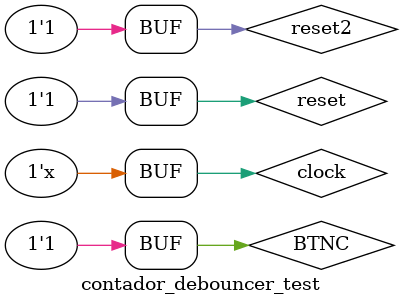
<source format=sv>
`timescale 1ns / 1ps


module contador_debouncer_test();
    logic clock;
    logic reset;
    logic reset2;
    logic BTNC;
    logic [6:0]segments;   // {CA, CB, CC, CD, CE, CF, CG}
    logic [7:0]anodos;      // {AN7, AN6, AN5, AN4, AN3, AN2, AN1, AN0}
   
    Contador_1_debouncer_sim#(.PB_DELAY(5), .DISPLAY_COUNTER(200), .clk_counter_max(250)) 
        DUT(
            .clock   (clock),
            .reset   (reset),
            .reset2  (reset2),
            .BTNC    (BTNC),
            .segments(segments),
            .anodos  (anodos)  
    );
    always #5 clock =~clock;
    
    initial begin
    clock = 0;
    
    BTNC = 1;
    #100 
    BTNC = 0;
    reset = 1;
    reset2 = 1;
    #100;
    BTNC = 1;
    #100
    BTNC = 0;
    #100
    BTNC = 1;
    #100
    BTNC = 0;
    #100
    BTNC = 1;
    reset = 0;
    #100
    BTNC = 0;
    #100
    BTNC = 1;
    #100
    BTNC = 0;
    #100
    BTNC = 1;
    #100
    BTNC = 0;
    #100
    BTNC = 1;
    #100
    BTNC = 0;
    #100
    BTNC = 1;
    #100
    BTNC = 0;
    #100
    BTNC = 1;
    #100
    BTNC = 0;
    #100
    BTNC = 1;
    #100
    BTNC = 0;
    #100
    BTNC = 1;
    #100
    BTNC = 0;
    #100
    BTNC = 1;
    #100
    BTNC = 0;
    #100
    BTNC = 1;
    #100
    BTNC = 0;
    #100
    BTNC = 1;
    #100
    BTNC = 0;
    #100
    BTNC = 1;
    #100
    BTNC = 0;
    #500
    reset2 = 0;
    BTNC = 1;
    #100
    BTNC = 0;
    #100
    BTNC = 1;
    #100
    BTNC = 0;
    #100
    BTNC = 1;
    #100
    BTNC = 0;
    #100
    
    BTNC = 1;
    #100
    BTNC = 0;
    #100
    BTNC = 1;
    #100
    BTNC = 0;
    #100
    BTNC = 1;
    #100
    BTNC = 0;
    #100
    BTNC = 1;
    #100
    BTNC = 0;
    #100
    BTNC = 1;
    #100
    BTNC = 0;
    #100
    BTNC = 1;

    #10000
    reset2 = 1;
    #10000 reset = 1;
 
    
    
    
    end
endmodule

</source>
